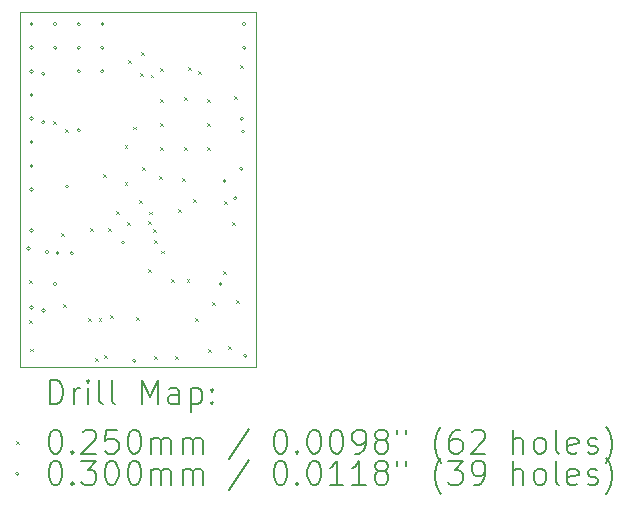
<source format=gbr>
%TF.GenerationSoftware,KiCad,Pcbnew,8.0.0*%
%TF.CreationDate,2024-02-29T09:48:36+03:00*%
%TF.ProjectId,micro17,6d696372-6f31-4372-9e6b-696361645f70,rev?*%
%TF.SameCoordinates,Original*%
%TF.FileFunction,Drillmap*%
%TF.FilePolarity,Positive*%
%FSLAX45Y45*%
G04 Gerber Fmt 4.5, Leading zero omitted, Abs format (unit mm)*
G04 Created by KiCad (PCBNEW 8.0.0) date 2024-02-29 09:48:36*
%MOMM*%
%LPD*%
G01*
G04 APERTURE LIST*
%ADD10C,0.100000*%
%ADD11C,0.200000*%
G04 APERTURE END LIST*
D10*
X20000000Y-8000000D02*
X20000000Y-5000000D01*
X18000000Y-8000000D02*
X20000000Y-8000000D01*
X20000000Y-5000000D02*
X18000000Y-5000000D01*
X18000000Y-5000000D02*
X18000000Y-8000000D01*
D11*
D10*
X18077500Y-7267500D02*
X18102500Y-7292500D01*
X18102500Y-7267500D02*
X18077500Y-7292500D01*
X18077500Y-7607500D02*
X18102500Y-7632500D01*
X18102500Y-7607500D02*
X18077500Y-7632500D01*
X18087500Y-7847215D02*
X18112500Y-7872215D01*
X18112500Y-7847215D02*
X18087500Y-7872215D01*
X18283500Y-5918750D02*
X18308500Y-5943750D01*
X18308500Y-5918750D02*
X18283500Y-5943750D01*
X18352500Y-6867500D02*
X18377500Y-6892500D01*
X18377500Y-6867500D02*
X18352500Y-6892500D01*
X18367500Y-7467500D02*
X18392500Y-7492500D01*
X18392500Y-7467500D02*
X18367500Y-7492500D01*
X18383500Y-5988750D02*
X18408500Y-6013750D01*
X18408500Y-5988750D02*
X18383500Y-6013750D01*
X18577500Y-7587500D02*
X18602500Y-7612500D01*
X18602500Y-7587500D02*
X18577500Y-7612500D01*
X18597500Y-6827500D02*
X18622500Y-6852500D01*
X18622500Y-6827500D02*
X18597500Y-6852500D01*
X18637500Y-7927500D02*
X18662500Y-7952500D01*
X18662500Y-7927500D02*
X18637500Y-7952500D01*
X18667500Y-7587500D02*
X18692500Y-7612500D01*
X18692500Y-7587500D02*
X18667500Y-7612500D01*
X18707500Y-6367500D02*
X18732500Y-6392500D01*
X18732500Y-6367500D02*
X18707500Y-6392500D01*
X18712500Y-7902500D02*
X18737500Y-7927500D01*
X18737500Y-7902500D02*
X18712500Y-7927500D01*
X18747500Y-6827500D02*
X18772500Y-6852500D01*
X18772500Y-6827500D02*
X18747500Y-6852500D01*
X18762500Y-7565000D02*
X18787500Y-7590000D01*
X18787500Y-7565000D02*
X18762500Y-7590000D01*
X18817641Y-6685141D02*
X18842641Y-6710141D01*
X18842641Y-6685141D02*
X18817641Y-6710141D01*
X18887500Y-6127500D02*
X18912500Y-6152500D01*
X18912500Y-6127500D02*
X18887500Y-6152500D01*
X18887500Y-6437500D02*
X18912500Y-6462500D01*
X18912500Y-6437500D02*
X18887500Y-6462500D01*
X18907500Y-6777500D02*
X18932500Y-6802500D01*
X18932500Y-6777500D02*
X18907500Y-6802500D01*
X18917500Y-5407500D02*
X18942500Y-5432500D01*
X18942500Y-5407500D02*
X18917500Y-5432500D01*
X18957500Y-5967500D02*
X18982500Y-5992500D01*
X18982500Y-5967500D02*
X18957500Y-5992500D01*
X18987500Y-7582500D02*
X19012500Y-7607500D01*
X19012500Y-7582500D02*
X18987500Y-7607500D01*
X19007500Y-6587500D02*
X19032500Y-6612500D01*
X19032500Y-6587500D02*
X19007500Y-6612500D01*
X19017500Y-5517500D02*
X19042500Y-5542500D01*
X19042500Y-5517500D02*
X19017500Y-5542500D01*
X19027500Y-5337500D02*
X19052500Y-5362500D01*
X19052500Y-5337500D02*
X19027500Y-5362500D01*
X19037500Y-6307500D02*
X19062500Y-6332500D01*
X19062500Y-6307500D02*
X19037500Y-6332500D01*
X19087500Y-6767500D02*
X19112500Y-6792500D01*
X19112500Y-6767500D02*
X19087500Y-6792500D01*
X19087500Y-7177500D02*
X19112500Y-7202500D01*
X19112500Y-7177500D02*
X19087500Y-7202500D01*
X19097500Y-6687500D02*
X19122500Y-6712500D01*
X19122500Y-6687500D02*
X19097500Y-6712500D01*
X19107500Y-5527500D02*
X19132500Y-5552500D01*
X19132500Y-5527500D02*
X19107500Y-5552500D01*
X19127500Y-6837500D02*
X19152500Y-6862500D01*
X19152500Y-6837500D02*
X19127500Y-6862500D01*
X19135000Y-6927276D02*
X19160000Y-6952276D01*
X19160000Y-6927276D02*
X19135000Y-6952276D01*
X19140000Y-7910000D02*
X19165000Y-7935000D01*
X19165000Y-7910000D02*
X19140000Y-7935000D01*
X19177500Y-6387500D02*
X19202500Y-6412500D01*
X19202500Y-6387500D02*
X19177500Y-6412500D01*
X19187500Y-5737500D02*
X19212500Y-5762500D01*
X19212500Y-5737500D02*
X19187500Y-5762500D01*
X19187500Y-5937500D02*
X19212500Y-5962500D01*
X19212500Y-5937500D02*
X19187500Y-5962500D01*
X19187500Y-6137500D02*
X19212500Y-6162500D01*
X19212500Y-6137500D02*
X19187500Y-6162500D01*
X19189877Y-5469877D02*
X19214877Y-5494877D01*
X19214877Y-5469877D02*
X19189877Y-5494877D01*
X19197500Y-7017500D02*
X19222500Y-7042500D01*
X19222500Y-7017500D02*
X19197500Y-7042500D01*
X19282500Y-7257500D02*
X19307500Y-7282500D01*
X19307500Y-7257500D02*
X19282500Y-7282500D01*
X19317500Y-7907500D02*
X19342500Y-7932500D01*
X19342500Y-7907500D02*
X19317500Y-7932500D01*
X19337632Y-6662500D02*
X19362632Y-6687500D01*
X19362632Y-6662500D02*
X19337632Y-6687500D01*
X19377500Y-6407500D02*
X19402500Y-6432500D01*
X19402500Y-6407500D02*
X19377500Y-6432500D01*
X19387500Y-5717500D02*
X19412500Y-5742500D01*
X19412500Y-5717500D02*
X19387500Y-5742500D01*
X19387500Y-6137500D02*
X19412500Y-6162500D01*
X19412500Y-6137500D02*
X19387500Y-6162500D01*
X19412500Y-7257500D02*
X19437500Y-7282500D01*
X19437500Y-7257500D02*
X19412500Y-7282500D01*
X19427500Y-5467500D02*
X19452500Y-5492500D01*
X19452500Y-5467500D02*
X19427500Y-5492500D01*
X19467500Y-6577500D02*
X19492500Y-6602500D01*
X19492500Y-6577500D02*
X19467500Y-6602500D01*
X19487500Y-7587500D02*
X19512500Y-7612500D01*
X19512500Y-7587500D02*
X19487500Y-7612500D01*
X19507500Y-5497500D02*
X19532500Y-5522500D01*
X19532500Y-5497500D02*
X19507500Y-5522500D01*
X19587500Y-5737500D02*
X19612500Y-5762500D01*
X19612500Y-5737500D02*
X19587500Y-5762500D01*
X19587500Y-5937500D02*
X19612500Y-5962500D01*
X19612500Y-5937500D02*
X19587500Y-5962500D01*
X19587500Y-6137500D02*
X19612500Y-6162500D01*
X19612500Y-6137500D02*
X19587500Y-6162500D01*
X19597500Y-7847500D02*
X19622500Y-7872500D01*
X19622500Y-7847500D02*
X19597500Y-7872500D01*
X19627500Y-7457500D02*
X19652500Y-7482500D01*
X19652500Y-7457500D02*
X19627500Y-7482500D01*
X19717500Y-7187500D02*
X19742500Y-7212500D01*
X19742500Y-7187500D02*
X19717500Y-7212500D01*
X19727500Y-6597500D02*
X19752500Y-6622500D01*
X19752500Y-6597500D02*
X19727500Y-6622500D01*
X19767500Y-7827500D02*
X19792500Y-7852500D01*
X19792500Y-7827500D02*
X19767500Y-7852500D01*
X19797500Y-6777500D02*
X19822500Y-6802500D01*
X19822500Y-6777500D02*
X19797500Y-6802500D01*
X19817500Y-5712500D02*
X19842500Y-5737500D01*
X19842500Y-5712500D02*
X19817500Y-5737500D01*
X19834294Y-7437460D02*
X19859294Y-7462460D01*
X19859294Y-7437460D02*
X19834294Y-7462460D01*
X19867500Y-5447500D02*
X19892500Y-5472500D01*
X19892500Y-5447500D02*
X19867500Y-5472500D01*
X18090000Y-7000000D02*
G75*
G02*
X18060000Y-7000000I-15000J0D01*
G01*
X18060000Y-7000000D02*
G75*
G02*
X18090000Y-7000000I15000J0D01*
G01*
X18115000Y-5100000D02*
G75*
G02*
X18085000Y-5100000I-15000J0D01*
G01*
X18085000Y-5100000D02*
G75*
G02*
X18115000Y-5100000I15000J0D01*
G01*
X18115000Y-5300000D02*
G75*
G02*
X18085000Y-5300000I-15000J0D01*
G01*
X18085000Y-5300000D02*
G75*
G02*
X18115000Y-5300000I15000J0D01*
G01*
X18115000Y-5500000D02*
G75*
G02*
X18085000Y-5500000I-15000J0D01*
G01*
X18085000Y-5500000D02*
G75*
G02*
X18115000Y-5500000I15000J0D01*
G01*
X18115000Y-5700000D02*
G75*
G02*
X18085000Y-5700000I-15000J0D01*
G01*
X18085000Y-5700000D02*
G75*
G02*
X18115000Y-5700000I15000J0D01*
G01*
X18115000Y-5900000D02*
G75*
G02*
X18085000Y-5900000I-15000J0D01*
G01*
X18085000Y-5900000D02*
G75*
G02*
X18115000Y-5900000I15000J0D01*
G01*
X18115000Y-6100000D02*
G75*
G02*
X18085000Y-6100000I-15000J0D01*
G01*
X18085000Y-6100000D02*
G75*
G02*
X18115000Y-6100000I15000J0D01*
G01*
X18115000Y-6300000D02*
G75*
G02*
X18085000Y-6300000I-15000J0D01*
G01*
X18085000Y-6300000D02*
G75*
G02*
X18115000Y-6300000I15000J0D01*
G01*
X18115000Y-6500000D02*
G75*
G02*
X18085000Y-6500000I-15000J0D01*
G01*
X18085000Y-6500000D02*
G75*
G02*
X18115000Y-6500000I15000J0D01*
G01*
X18115000Y-6850000D02*
G75*
G02*
X18085000Y-6850000I-15000J0D01*
G01*
X18085000Y-6850000D02*
G75*
G02*
X18115000Y-6850000I15000J0D01*
G01*
X18115000Y-7500000D02*
G75*
G02*
X18085000Y-7500000I-15000J0D01*
G01*
X18085000Y-7500000D02*
G75*
G02*
X18115000Y-7500000I15000J0D01*
G01*
X18215000Y-5521250D02*
G75*
G02*
X18185000Y-5521250I-15000J0D01*
G01*
X18185000Y-5521250D02*
G75*
G02*
X18215000Y-5521250I15000J0D01*
G01*
X18215000Y-5931250D02*
G75*
G02*
X18185000Y-5931250I-15000J0D01*
G01*
X18185000Y-5931250D02*
G75*
G02*
X18215000Y-5931250I15000J0D01*
G01*
X18215000Y-7525000D02*
G75*
G02*
X18185000Y-7525000I-15000J0D01*
G01*
X18185000Y-7525000D02*
G75*
G02*
X18215000Y-7525000I15000J0D01*
G01*
X18245000Y-7030000D02*
G75*
G02*
X18215000Y-7030000I-15000J0D01*
G01*
X18215000Y-7030000D02*
G75*
G02*
X18245000Y-7030000I15000J0D01*
G01*
X18315000Y-5100000D02*
G75*
G02*
X18285000Y-5100000I-15000J0D01*
G01*
X18285000Y-5100000D02*
G75*
G02*
X18315000Y-5100000I15000J0D01*
G01*
X18315000Y-5300000D02*
G75*
G02*
X18285000Y-5300000I-15000J0D01*
G01*
X18285000Y-5300000D02*
G75*
G02*
X18315000Y-5300000I15000J0D01*
G01*
X18315000Y-7300000D02*
G75*
G02*
X18285000Y-7300000I-15000J0D01*
G01*
X18285000Y-7300000D02*
G75*
G02*
X18315000Y-7300000I15000J0D01*
G01*
X18335000Y-7040000D02*
G75*
G02*
X18305000Y-7040000I-15000J0D01*
G01*
X18305000Y-7040000D02*
G75*
G02*
X18335000Y-7040000I15000J0D01*
G01*
X18415000Y-6475000D02*
G75*
G02*
X18385000Y-6475000I-15000J0D01*
G01*
X18385000Y-6475000D02*
G75*
G02*
X18415000Y-6475000I15000J0D01*
G01*
X18455000Y-7040000D02*
G75*
G02*
X18425000Y-7040000I-15000J0D01*
G01*
X18425000Y-7040000D02*
G75*
G02*
X18455000Y-7040000I15000J0D01*
G01*
X18515000Y-5100000D02*
G75*
G02*
X18485000Y-5100000I-15000J0D01*
G01*
X18485000Y-5100000D02*
G75*
G02*
X18515000Y-5100000I15000J0D01*
G01*
X18515000Y-5300000D02*
G75*
G02*
X18485000Y-5300000I-15000J0D01*
G01*
X18485000Y-5300000D02*
G75*
G02*
X18515000Y-5300000I15000J0D01*
G01*
X18515000Y-5500000D02*
G75*
G02*
X18485000Y-5500000I-15000J0D01*
G01*
X18485000Y-5500000D02*
G75*
G02*
X18515000Y-5500000I15000J0D01*
G01*
X18515000Y-6000000D02*
G75*
G02*
X18485000Y-6000000I-15000J0D01*
G01*
X18485000Y-6000000D02*
G75*
G02*
X18515000Y-6000000I15000J0D01*
G01*
X18715000Y-5100000D02*
G75*
G02*
X18685000Y-5100000I-15000J0D01*
G01*
X18685000Y-5100000D02*
G75*
G02*
X18715000Y-5100000I15000J0D01*
G01*
X18715000Y-5300000D02*
G75*
G02*
X18685000Y-5300000I-15000J0D01*
G01*
X18685000Y-5300000D02*
G75*
G02*
X18715000Y-5300000I15000J0D01*
G01*
X18715000Y-5500000D02*
G75*
G02*
X18685000Y-5500000I-15000J0D01*
G01*
X18685000Y-5500000D02*
G75*
G02*
X18715000Y-5500000I15000J0D01*
G01*
X18890000Y-6950000D02*
G75*
G02*
X18860000Y-6950000I-15000J0D01*
G01*
X18860000Y-6950000D02*
G75*
G02*
X18890000Y-6950000I15000J0D01*
G01*
X18985000Y-7950000D02*
G75*
G02*
X18955000Y-7950000I-15000J0D01*
G01*
X18955000Y-7950000D02*
G75*
G02*
X18985000Y-7950000I15000J0D01*
G01*
X19715000Y-7300000D02*
G75*
G02*
X19685000Y-7300000I-15000J0D01*
G01*
X19685000Y-7300000D02*
G75*
G02*
X19715000Y-7300000I15000J0D01*
G01*
X19750000Y-6429000D02*
G75*
G02*
X19720000Y-6429000I-15000J0D01*
G01*
X19720000Y-6429000D02*
G75*
G02*
X19750000Y-6429000I15000J0D01*
G01*
X19840000Y-6575000D02*
G75*
G02*
X19810000Y-6575000I-15000J0D01*
G01*
X19810000Y-6575000D02*
G75*
G02*
X19840000Y-6575000I15000J0D01*
G01*
X19890000Y-6325000D02*
G75*
G02*
X19860000Y-6325000I-15000J0D01*
G01*
X19860000Y-6325000D02*
G75*
G02*
X19890000Y-6325000I15000J0D01*
G01*
X19895000Y-5900000D02*
G75*
G02*
X19865000Y-5900000I-15000J0D01*
G01*
X19865000Y-5900000D02*
G75*
G02*
X19895000Y-5900000I15000J0D01*
G01*
X19905000Y-6010000D02*
G75*
G02*
X19875000Y-6010000I-15000J0D01*
G01*
X19875000Y-6010000D02*
G75*
G02*
X19905000Y-6010000I15000J0D01*
G01*
X19915000Y-5100000D02*
G75*
G02*
X19885000Y-5100000I-15000J0D01*
G01*
X19885000Y-5100000D02*
G75*
G02*
X19915000Y-5100000I15000J0D01*
G01*
X19915000Y-5300000D02*
G75*
G02*
X19885000Y-5300000I-15000J0D01*
G01*
X19885000Y-5300000D02*
G75*
G02*
X19915000Y-5300000I15000J0D01*
G01*
X19925000Y-7910000D02*
G75*
G02*
X19895000Y-7910000I-15000J0D01*
G01*
X19895000Y-7910000D02*
G75*
G02*
X19925000Y-7910000I15000J0D01*
G01*
D11*
X18255777Y-8316484D02*
X18255777Y-8116484D01*
X18255777Y-8116484D02*
X18303396Y-8116484D01*
X18303396Y-8116484D02*
X18331967Y-8126008D01*
X18331967Y-8126008D02*
X18351015Y-8145055D01*
X18351015Y-8145055D02*
X18360539Y-8164103D01*
X18360539Y-8164103D02*
X18370063Y-8202198D01*
X18370063Y-8202198D02*
X18370063Y-8230769D01*
X18370063Y-8230769D02*
X18360539Y-8268865D01*
X18360539Y-8268865D02*
X18351015Y-8287912D01*
X18351015Y-8287912D02*
X18331967Y-8306960D01*
X18331967Y-8306960D02*
X18303396Y-8316484D01*
X18303396Y-8316484D02*
X18255777Y-8316484D01*
X18455777Y-8316484D02*
X18455777Y-8183150D01*
X18455777Y-8221246D02*
X18465301Y-8202198D01*
X18465301Y-8202198D02*
X18474824Y-8192674D01*
X18474824Y-8192674D02*
X18493872Y-8183150D01*
X18493872Y-8183150D02*
X18512920Y-8183150D01*
X18579586Y-8316484D02*
X18579586Y-8183150D01*
X18579586Y-8116484D02*
X18570063Y-8126008D01*
X18570063Y-8126008D02*
X18579586Y-8135531D01*
X18579586Y-8135531D02*
X18589110Y-8126008D01*
X18589110Y-8126008D02*
X18579586Y-8116484D01*
X18579586Y-8116484D02*
X18579586Y-8135531D01*
X18703396Y-8316484D02*
X18684348Y-8306960D01*
X18684348Y-8306960D02*
X18674824Y-8287912D01*
X18674824Y-8287912D02*
X18674824Y-8116484D01*
X18808158Y-8316484D02*
X18789110Y-8306960D01*
X18789110Y-8306960D02*
X18779586Y-8287912D01*
X18779586Y-8287912D02*
X18779586Y-8116484D01*
X19036729Y-8316484D02*
X19036729Y-8116484D01*
X19036729Y-8116484D02*
X19103396Y-8259341D01*
X19103396Y-8259341D02*
X19170063Y-8116484D01*
X19170063Y-8116484D02*
X19170063Y-8316484D01*
X19351015Y-8316484D02*
X19351015Y-8211722D01*
X19351015Y-8211722D02*
X19341491Y-8192674D01*
X19341491Y-8192674D02*
X19322444Y-8183150D01*
X19322444Y-8183150D02*
X19284348Y-8183150D01*
X19284348Y-8183150D02*
X19265301Y-8192674D01*
X19351015Y-8306960D02*
X19331967Y-8316484D01*
X19331967Y-8316484D02*
X19284348Y-8316484D01*
X19284348Y-8316484D02*
X19265301Y-8306960D01*
X19265301Y-8306960D02*
X19255777Y-8287912D01*
X19255777Y-8287912D02*
X19255777Y-8268865D01*
X19255777Y-8268865D02*
X19265301Y-8249817D01*
X19265301Y-8249817D02*
X19284348Y-8240293D01*
X19284348Y-8240293D02*
X19331967Y-8240293D01*
X19331967Y-8240293D02*
X19351015Y-8230769D01*
X19446253Y-8183150D02*
X19446253Y-8383150D01*
X19446253Y-8192674D02*
X19465301Y-8183150D01*
X19465301Y-8183150D02*
X19503396Y-8183150D01*
X19503396Y-8183150D02*
X19522444Y-8192674D01*
X19522444Y-8192674D02*
X19531967Y-8202198D01*
X19531967Y-8202198D02*
X19541491Y-8221246D01*
X19541491Y-8221246D02*
X19541491Y-8278388D01*
X19541491Y-8278388D02*
X19531967Y-8297436D01*
X19531967Y-8297436D02*
X19522444Y-8306960D01*
X19522444Y-8306960D02*
X19503396Y-8316484D01*
X19503396Y-8316484D02*
X19465301Y-8316484D01*
X19465301Y-8316484D02*
X19446253Y-8306960D01*
X19627205Y-8297436D02*
X19636729Y-8306960D01*
X19636729Y-8306960D02*
X19627205Y-8316484D01*
X19627205Y-8316484D02*
X19617682Y-8306960D01*
X19617682Y-8306960D02*
X19627205Y-8297436D01*
X19627205Y-8297436D02*
X19627205Y-8316484D01*
X19627205Y-8192674D02*
X19636729Y-8202198D01*
X19636729Y-8202198D02*
X19627205Y-8211722D01*
X19627205Y-8211722D02*
X19617682Y-8202198D01*
X19617682Y-8202198D02*
X19627205Y-8192674D01*
X19627205Y-8192674D02*
X19627205Y-8211722D01*
D10*
X17970000Y-8632500D02*
X17995000Y-8657500D01*
X17995000Y-8632500D02*
X17970000Y-8657500D01*
D11*
X18293872Y-8536484D02*
X18312920Y-8536484D01*
X18312920Y-8536484D02*
X18331967Y-8546008D01*
X18331967Y-8546008D02*
X18341491Y-8555531D01*
X18341491Y-8555531D02*
X18351015Y-8574579D01*
X18351015Y-8574579D02*
X18360539Y-8612674D01*
X18360539Y-8612674D02*
X18360539Y-8660293D01*
X18360539Y-8660293D02*
X18351015Y-8698389D01*
X18351015Y-8698389D02*
X18341491Y-8717436D01*
X18341491Y-8717436D02*
X18331967Y-8726960D01*
X18331967Y-8726960D02*
X18312920Y-8736484D01*
X18312920Y-8736484D02*
X18293872Y-8736484D01*
X18293872Y-8736484D02*
X18274824Y-8726960D01*
X18274824Y-8726960D02*
X18265301Y-8717436D01*
X18265301Y-8717436D02*
X18255777Y-8698389D01*
X18255777Y-8698389D02*
X18246253Y-8660293D01*
X18246253Y-8660293D02*
X18246253Y-8612674D01*
X18246253Y-8612674D02*
X18255777Y-8574579D01*
X18255777Y-8574579D02*
X18265301Y-8555531D01*
X18265301Y-8555531D02*
X18274824Y-8546008D01*
X18274824Y-8546008D02*
X18293872Y-8536484D01*
X18446253Y-8717436D02*
X18455777Y-8726960D01*
X18455777Y-8726960D02*
X18446253Y-8736484D01*
X18446253Y-8736484D02*
X18436729Y-8726960D01*
X18436729Y-8726960D02*
X18446253Y-8717436D01*
X18446253Y-8717436D02*
X18446253Y-8736484D01*
X18531967Y-8555531D02*
X18541491Y-8546008D01*
X18541491Y-8546008D02*
X18560539Y-8536484D01*
X18560539Y-8536484D02*
X18608158Y-8536484D01*
X18608158Y-8536484D02*
X18627205Y-8546008D01*
X18627205Y-8546008D02*
X18636729Y-8555531D01*
X18636729Y-8555531D02*
X18646253Y-8574579D01*
X18646253Y-8574579D02*
X18646253Y-8593627D01*
X18646253Y-8593627D02*
X18636729Y-8622198D01*
X18636729Y-8622198D02*
X18522444Y-8736484D01*
X18522444Y-8736484D02*
X18646253Y-8736484D01*
X18827205Y-8536484D02*
X18731967Y-8536484D01*
X18731967Y-8536484D02*
X18722444Y-8631722D01*
X18722444Y-8631722D02*
X18731967Y-8622198D01*
X18731967Y-8622198D02*
X18751015Y-8612674D01*
X18751015Y-8612674D02*
X18798634Y-8612674D01*
X18798634Y-8612674D02*
X18817682Y-8622198D01*
X18817682Y-8622198D02*
X18827205Y-8631722D01*
X18827205Y-8631722D02*
X18836729Y-8650770D01*
X18836729Y-8650770D02*
X18836729Y-8698389D01*
X18836729Y-8698389D02*
X18827205Y-8717436D01*
X18827205Y-8717436D02*
X18817682Y-8726960D01*
X18817682Y-8726960D02*
X18798634Y-8736484D01*
X18798634Y-8736484D02*
X18751015Y-8736484D01*
X18751015Y-8736484D02*
X18731967Y-8726960D01*
X18731967Y-8726960D02*
X18722444Y-8717436D01*
X18960539Y-8536484D02*
X18979586Y-8536484D01*
X18979586Y-8536484D02*
X18998634Y-8546008D01*
X18998634Y-8546008D02*
X19008158Y-8555531D01*
X19008158Y-8555531D02*
X19017682Y-8574579D01*
X19017682Y-8574579D02*
X19027205Y-8612674D01*
X19027205Y-8612674D02*
X19027205Y-8660293D01*
X19027205Y-8660293D02*
X19017682Y-8698389D01*
X19017682Y-8698389D02*
X19008158Y-8717436D01*
X19008158Y-8717436D02*
X18998634Y-8726960D01*
X18998634Y-8726960D02*
X18979586Y-8736484D01*
X18979586Y-8736484D02*
X18960539Y-8736484D01*
X18960539Y-8736484D02*
X18941491Y-8726960D01*
X18941491Y-8726960D02*
X18931967Y-8717436D01*
X18931967Y-8717436D02*
X18922444Y-8698389D01*
X18922444Y-8698389D02*
X18912920Y-8660293D01*
X18912920Y-8660293D02*
X18912920Y-8612674D01*
X18912920Y-8612674D02*
X18922444Y-8574579D01*
X18922444Y-8574579D02*
X18931967Y-8555531D01*
X18931967Y-8555531D02*
X18941491Y-8546008D01*
X18941491Y-8546008D02*
X18960539Y-8536484D01*
X19112920Y-8736484D02*
X19112920Y-8603150D01*
X19112920Y-8622198D02*
X19122444Y-8612674D01*
X19122444Y-8612674D02*
X19141491Y-8603150D01*
X19141491Y-8603150D02*
X19170063Y-8603150D01*
X19170063Y-8603150D02*
X19189110Y-8612674D01*
X19189110Y-8612674D02*
X19198634Y-8631722D01*
X19198634Y-8631722D02*
X19198634Y-8736484D01*
X19198634Y-8631722D02*
X19208158Y-8612674D01*
X19208158Y-8612674D02*
X19227205Y-8603150D01*
X19227205Y-8603150D02*
X19255777Y-8603150D01*
X19255777Y-8603150D02*
X19274825Y-8612674D01*
X19274825Y-8612674D02*
X19284348Y-8631722D01*
X19284348Y-8631722D02*
X19284348Y-8736484D01*
X19379586Y-8736484D02*
X19379586Y-8603150D01*
X19379586Y-8622198D02*
X19389110Y-8612674D01*
X19389110Y-8612674D02*
X19408158Y-8603150D01*
X19408158Y-8603150D02*
X19436729Y-8603150D01*
X19436729Y-8603150D02*
X19455777Y-8612674D01*
X19455777Y-8612674D02*
X19465301Y-8631722D01*
X19465301Y-8631722D02*
X19465301Y-8736484D01*
X19465301Y-8631722D02*
X19474825Y-8612674D01*
X19474825Y-8612674D02*
X19493872Y-8603150D01*
X19493872Y-8603150D02*
X19522444Y-8603150D01*
X19522444Y-8603150D02*
X19541491Y-8612674D01*
X19541491Y-8612674D02*
X19551015Y-8631722D01*
X19551015Y-8631722D02*
X19551015Y-8736484D01*
X19941491Y-8526960D02*
X19770063Y-8784103D01*
X20198634Y-8536484D02*
X20217682Y-8536484D01*
X20217682Y-8536484D02*
X20236729Y-8546008D01*
X20236729Y-8546008D02*
X20246253Y-8555531D01*
X20246253Y-8555531D02*
X20255777Y-8574579D01*
X20255777Y-8574579D02*
X20265301Y-8612674D01*
X20265301Y-8612674D02*
X20265301Y-8660293D01*
X20265301Y-8660293D02*
X20255777Y-8698389D01*
X20255777Y-8698389D02*
X20246253Y-8717436D01*
X20246253Y-8717436D02*
X20236729Y-8726960D01*
X20236729Y-8726960D02*
X20217682Y-8736484D01*
X20217682Y-8736484D02*
X20198634Y-8736484D01*
X20198634Y-8736484D02*
X20179587Y-8726960D01*
X20179587Y-8726960D02*
X20170063Y-8717436D01*
X20170063Y-8717436D02*
X20160539Y-8698389D01*
X20160539Y-8698389D02*
X20151015Y-8660293D01*
X20151015Y-8660293D02*
X20151015Y-8612674D01*
X20151015Y-8612674D02*
X20160539Y-8574579D01*
X20160539Y-8574579D02*
X20170063Y-8555531D01*
X20170063Y-8555531D02*
X20179587Y-8546008D01*
X20179587Y-8546008D02*
X20198634Y-8536484D01*
X20351015Y-8717436D02*
X20360539Y-8726960D01*
X20360539Y-8726960D02*
X20351015Y-8736484D01*
X20351015Y-8736484D02*
X20341491Y-8726960D01*
X20341491Y-8726960D02*
X20351015Y-8717436D01*
X20351015Y-8717436D02*
X20351015Y-8736484D01*
X20484348Y-8536484D02*
X20503396Y-8536484D01*
X20503396Y-8536484D02*
X20522444Y-8546008D01*
X20522444Y-8546008D02*
X20531968Y-8555531D01*
X20531968Y-8555531D02*
X20541491Y-8574579D01*
X20541491Y-8574579D02*
X20551015Y-8612674D01*
X20551015Y-8612674D02*
X20551015Y-8660293D01*
X20551015Y-8660293D02*
X20541491Y-8698389D01*
X20541491Y-8698389D02*
X20531968Y-8717436D01*
X20531968Y-8717436D02*
X20522444Y-8726960D01*
X20522444Y-8726960D02*
X20503396Y-8736484D01*
X20503396Y-8736484D02*
X20484348Y-8736484D01*
X20484348Y-8736484D02*
X20465301Y-8726960D01*
X20465301Y-8726960D02*
X20455777Y-8717436D01*
X20455777Y-8717436D02*
X20446253Y-8698389D01*
X20446253Y-8698389D02*
X20436729Y-8660293D01*
X20436729Y-8660293D02*
X20436729Y-8612674D01*
X20436729Y-8612674D02*
X20446253Y-8574579D01*
X20446253Y-8574579D02*
X20455777Y-8555531D01*
X20455777Y-8555531D02*
X20465301Y-8546008D01*
X20465301Y-8546008D02*
X20484348Y-8536484D01*
X20674825Y-8536484D02*
X20693872Y-8536484D01*
X20693872Y-8536484D02*
X20712920Y-8546008D01*
X20712920Y-8546008D02*
X20722444Y-8555531D01*
X20722444Y-8555531D02*
X20731968Y-8574579D01*
X20731968Y-8574579D02*
X20741491Y-8612674D01*
X20741491Y-8612674D02*
X20741491Y-8660293D01*
X20741491Y-8660293D02*
X20731968Y-8698389D01*
X20731968Y-8698389D02*
X20722444Y-8717436D01*
X20722444Y-8717436D02*
X20712920Y-8726960D01*
X20712920Y-8726960D02*
X20693872Y-8736484D01*
X20693872Y-8736484D02*
X20674825Y-8736484D01*
X20674825Y-8736484D02*
X20655777Y-8726960D01*
X20655777Y-8726960D02*
X20646253Y-8717436D01*
X20646253Y-8717436D02*
X20636729Y-8698389D01*
X20636729Y-8698389D02*
X20627206Y-8660293D01*
X20627206Y-8660293D02*
X20627206Y-8612674D01*
X20627206Y-8612674D02*
X20636729Y-8574579D01*
X20636729Y-8574579D02*
X20646253Y-8555531D01*
X20646253Y-8555531D02*
X20655777Y-8546008D01*
X20655777Y-8546008D02*
X20674825Y-8536484D01*
X20836729Y-8736484D02*
X20874825Y-8736484D01*
X20874825Y-8736484D02*
X20893872Y-8726960D01*
X20893872Y-8726960D02*
X20903396Y-8717436D01*
X20903396Y-8717436D02*
X20922444Y-8688865D01*
X20922444Y-8688865D02*
X20931968Y-8650770D01*
X20931968Y-8650770D02*
X20931968Y-8574579D01*
X20931968Y-8574579D02*
X20922444Y-8555531D01*
X20922444Y-8555531D02*
X20912920Y-8546008D01*
X20912920Y-8546008D02*
X20893872Y-8536484D01*
X20893872Y-8536484D02*
X20855777Y-8536484D01*
X20855777Y-8536484D02*
X20836729Y-8546008D01*
X20836729Y-8546008D02*
X20827206Y-8555531D01*
X20827206Y-8555531D02*
X20817682Y-8574579D01*
X20817682Y-8574579D02*
X20817682Y-8622198D01*
X20817682Y-8622198D02*
X20827206Y-8641246D01*
X20827206Y-8641246D02*
X20836729Y-8650770D01*
X20836729Y-8650770D02*
X20855777Y-8660293D01*
X20855777Y-8660293D02*
X20893872Y-8660293D01*
X20893872Y-8660293D02*
X20912920Y-8650770D01*
X20912920Y-8650770D02*
X20922444Y-8641246D01*
X20922444Y-8641246D02*
X20931968Y-8622198D01*
X21046253Y-8622198D02*
X21027206Y-8612674D01*
X21027206Y-8612674D02*
X21017682Y-8603150D01*
X21017682Y-8603150D02*
X21008158Y-8584103D01*
X21008158Y-8584103D02*
X21008158Y-8574579D01*
X21008158Y-8574579D02*
X21017682Y-8555531D01*
X21017682Y-8555531D02*
X21027206Y-8546008D01*
X21027206Y-8546008D02*
X21046253Y-8536484D01*
X21046253Y-8536484D02*
X21084349Y-8536484D01*
X21084349Y-8536484D02*
X21103396Y-8546008D01*
X21103396Y-8546008D02*
X21112920Y-8555531D01*
X21112920Y-8555531D02*
X21122444Y-8574579D01*
X21122444Y-8574579D02*
X21122444Y-8584103D01*
X21122444Y-8584103D02*
X21112920Y-8603150D01*
X21112920Y-8603150D02*
X21103396Y-8612674D01*
X21103396Y-8612674D02*
X21084349Y-8622198D01*
X21084349Y-8622198D02*
X21046253Y-8622198D01*
X21046253Y-8622198D02*
X21027206Y-8631722D01*
X21027206Y-8631722D02*
X21017682Y-8641246D01*
X21017682Y-8641246D02*
X21008158Y-8660293D01*
X21008158Y-8660293D02*
X21008158Y-8698389D01*
X21008158Y-8698389D02*
X21017682Y-8717436D01*
X21017682Y-8717436D02*
X21027206Y-8726960D01*
X21027206Y-8726960D02*
X21046253Y-8736484D01*
X21046253Y-8736484D02*
X21084349Y-8736484D01*
X21084349Y-8736484D02*
X21103396Y-8726960D01*
X21103396Y-8726960D02*
X21112920Y-8717436D01*
X21112920Y-8717436D02*
X21122444Y-8698389D01*
X21122444Y-8698389D02*
X21122444Y-8660293D01*
X21122444Y-8660293D02*
X21112920Y-8641246D01*
X21112920Y-8641246D02*
X21103396Y-8631722D01*
X21103396Y-8631722D02*
X21084349Y-8622198D01*
X21198634Y-8536484D02*
X21198634Y-8574579D01*
X21274825Y-8536484D02*
X21274825Y-8574579D01*
X21570063Y-8812674D02*
X21560539Y-8803150D01*
X21560539Y-8803150D02*
X21541491Y-8774579D01*
X21541491Y-8774579D02*
X21531968Y-8755531D01*
X21531968Y-8755531D02*
X21522444Y-8726960D01*
X21522444Y-8726960D02*
X21512920Y-8679341D01*
X21512920Y-8679341D02*
X21512920Y-8641246D01*
X21512920Y-8641246D02*
X21522444Y-8593627D01*
X21522444Y-8593627D02*
X21531968Y-8565055D01*
X21531968Y-8565055D02*
X21541491Y-8546008D01*
X21541491Y-8546008D02*
X21560539Y-8517436D01*
X21560539Y-8517436D02*
X21570063Y-8507912D01*
X21731968Y-8536484D02*
X21693872Y-8536484D01*
X21693872Y-8536484D02*
X21674825Y-8546008D01*
X21674825Y-8546008D02*
X21665301Y-8555531D01*
X21665301Y-8555531D02*
X21646253Y-8584103D01*
X21646253Y-8584103D02*
X21636730Y-8622198D01*
X21636730Y-8622198D02*
X21636730Y-8698389D01*
X21636730Y-8698389D02*
X21646253Y-8717436D01*
X21646253Y-8717436D02*
X21655777Y-8726960D01*
X21655777Y-8726960D02*
X21674825Y-8736484D01*
X21674825Y-8736484D02*
X21712920Y-8736484D01*
X21712920Y-8736484D02*
X21731968Y-8726960D01*
X21731968Y-8726960D02*
X21741491Y-8717436D01*
X21741491Y-8717436D02*
X21751015Y-8698389D01*
X21751015Y-8698389D02*
X21751015Y-8650770D01*
X21751015Y-8650770D02*
X21741491Y-8631722D01*
X21741491Y-8631722D02*
X21731968Y-8622198D01*
X21731968Y-8622198D02*
X21712920Y-8612674D01*
X21712920Y-8612674D02*
X21674825Y-8612674D01*
X21674825Y-8612674D02*
X21655777Y-8622198D01*
X21655777Y-8622198D02*
X21646253Y-8631722D01*
X21646253Y-8631722D02*
X21636730Y-8650770D01*
X21827206Y-8555531D02*
X21836730Y-8546008D01*
X21836730Y-8546008D02*
X21855777Y-8536484D01*
X21855777Y-8536484D02*
X21903396Y-8536484D01*
X21903396Y-8536484D02*
X21922444Y-8546008D01*
X21922444Y-8546008D02*
X21931968Y-8555531D01*
X21931968Y-8555531D02*
X21941491Y-8574579D01*
X21941491Y-8574579D02*
X21941491Y-8593627D01*
X21941491Y-8593627D02*
X21931968Y-8622198D01*
X21931968Y-8622198D02*
X21817682Y-8736484D01*
X21817682Y-8736484D02*
X21941491Y-8736484D01*
X22179587Y-8736484D02*
X22179587Y-8536484D01*
X22265301Y-8736484D02*
X22265301Y-8631722D01*
X22265301Y-8631722D02*
X22255777Y-8612674D01*
X22255777Y-8612674D02*
X22236730Y-8603150D01*
X22236730Y-8603150D02*
X22208158Y-8603150D01*
X22208158Y-8603150D02*
X22189111Y-8612674D01*
X22189111Y-8612674D02*
X22179587Y-8622198D01*
X22389110Y-8736484D02*
X22370063Y-8726960D01*
X22370063Y-8726960D02*
X22360539Y-8717436D01*
X22360539Y-8717436D02*
X22351015Y-8698389D01*
X22351015Y-8698389D02*
X22351015Y-8641246D01*
X22351015Y-8641246D02*
X22360539Y-8622198D01*
X22360539Y-8622198D02*
X22370063Y-8612674D01*
X22370063Y-8612674D02*
X22389110Y-8603150D01*
X22389110Y-8603150D02*
X22417682Y-8603150D01*
X22417682Y-8603150D02*
X22436730Y-8612674D01*
X22436730Y-8612674D02*
X22446253Y-8622198D01*
X22446253Y-8622198D02*
X22455777Y-8641246D01*
X22455777Y-8641246D02*
X22455777Y-8698389D01*
X22455777Y-8698389D02*
X22446253Y-8717436D01*
X22446253Y-8717436D02*
X22436730Y-8726960D01*
X22436730Y-8726960D02*
X22417682Y-8736484D01*
X22417682Y-8736484D02*
X22389110Y-8736484D01*
X22570063Y-8736484D02*
X22551015Y-8726960D01*
X22551015Y-8726960D02*
X22541491Y-8707912D01*
X22541491Y-8707912D02*
X22541491Y-8536484D01*
X22722444Y-8726960D02*
X22703396Y-8736484D01*
X22703396Y-8736484D02*
X22665301Y-8736484D01*
X22665301Y-8736484D02*
X22646253Y-8726960D01*
X22646253Y-8726960D02*
X22636730Y-8707912D01*
X22636730Y-8707912D02*
X22636730Y-8631722D01*
X22636730Y-8631722D02*
X22646253Y-8612674D01*
X22646253Y-8612674D02*
X22665301Y-8603150D01*
X22665301Y-8603150D02*
X22703396Y-8603150D01*
X22703396Y-8603150D02*
X22722444Y-8612674D01*
X22722444Y-8612674D02*
X22731968Y-8631722D01*
X22731968Y-8631722D02*
X22731968Y-8650770D01*
X22731968Y-8650770D02*
X22636730Y-8669817D01*
X22808158Y-8726960D02*
X22827206Y-8736484D01*
X22827206Y-8736484D02*
X22865301Y-8736484D01*
X22865301Y-8736484D02*
X22884349Y-8726960D01*
X22884349Y-8726960D02*
X22893872Y-8707912D01*
X22893872Y-8707912D02*
X22893872Y-8698389D01*
X22893872Y-8698389D02*
X22884349Y-8679341D01*
X22884349Y-8679341D02*
X22865301Y-8669817D01*
X22865301Y-8669817D02*
X22836730Y-8669817D01*
X22836730Y-8669817D02*
X22817682Y-8660293D01*
X22817682Y-8660293D02*
X22808158Y-8641246D01*
X22808158Y-8641246D02*
X22808158Y-8631722D01*
X22808158Y-8631722D02*
X22817682Y-8612674D01*
X22817682Y-8612674D02*
X22836730Y-8603150D01*
X22836730Y-8603150D02*
X22865301Y-8603150D01*
X22865301Y-8603150D02*
X22884349Y-8612674D01*
X22960539Y-8812674D02*
X22970063Y-8803150D01*
X22970063Y-8803150D02*
X22989111Y-8774579D01*
X22989111Y-8774579D02*
X22998634Y-8755531D01*
X22998634Y-8755531D02*
X23008158Y-8726960D01*
X23008158Y-8726960D02*
X23017682Y-8679341D01*
X23017682Y-8679341D02*
X23017682Y-8641246D01*
X23017682Y-8641246D02*
X23008158Y-8593627D01*
X23008158Y-8593627D02*
X22998634Y-8565055D01*
X22998634Y-8565055D02*
X22989111Y-8546008D01*
X22989111Y-8546008D02*
X22970063Y-8517436D01*
X22970063Y-8517436D02*
X22960539Y-8507912D01*
D10*
X17995000Y-8909000D02*
G75*
G02*
X17965000Y-8909000I-15000J0D01*
G01*
X17965000Y-8909000D02*
G75*
G02*
X17995000Y-8909000I15000J0D01*
G01*
D11*
X18293872Y-8800484D02*
X18312920Y-8800484D01*
X18312920Y-8800484D02*
X18331967Y-8810008D01*
X18331967Y-8810008D02*
X18341491Y-8819531D01*
X18341491Y-8819531D02*
X18351015Y-8838579D01*
X18351015Y-8838579D02*
X18360539Y-8876674D01*
X18360539Y-8876674D02*
X18360539Y-8924293D01*
X18360539Y-8924293D02*
X18351015Y-8962389D01*
X18351015Y-8962389D02*
X18341491Y-8981436D01*
X18341491Y-8981436D02*
X18331967Y-8990960D01*
X18331967Y-8990960D02*
X18312920Y-9000484D01*
X18312920Y-9000484D02*
X18293872Y-9000484D01*
X18293872Y-9000484D02*
X18274824Y-8990960D01*
X18274824Y-8990960D02*
X18265301Y-8981436D01*
X18265301Y-8981436D02*
X18255777Y-8962389D01*
X18255777Y-8962389D02*
X18246253Y-8924293D01*
X18246253Y-8924293D02*
X18246253Y-8876674D01*
X18246253Y-8876674D02*
X18255777Y-8838579D01*
X18255777Y-8838579D02*
X18265301Y-8819531D01*
X18265301Y-8819531D02*
X18274824Y-8810008D01*
X18274824Y-8810008D02*
X18293872Y-8800484D01*
X18446253Y-8981436D02*
X18455777Y-8990960D01*
X18455777Y-8990960D02*
X18446253Y-9000484D01*
X18446253Y-9000484D02*
X18436729Y-8990960D01*
X18436729Y-8990960D02*
X18446253Y-8981436D01*
X18446253Y-8981436D02*
X18446253Y-9000484D01*
X18522444Y-8800484D02*
X18646253Y-8800484D01*
X18646253Y-8800484D02*
X18579586Y-8876674D01*
X18579586Y-8876674D02*
X18608158Y-8876674D01*
X18608158Y-8876674D02*
X18627205Y-8886198D01*
X18627205Y-8886198D02*
X18636729Y-8895722D01*
X18636729Y-8895722D02*
X18646253Y-8914770D01*
X18646253Y-8914770D02*
X18646253Y-8962389D01*
X18646253Y-8962389D02*
X18636729Y-8981436D01*
X18636729Y-8981436D02*
X18627205Y-8990960D01*
X18627205Y-8990960D02*
X18608158Y-9000484D01*
X18608158Y-9000484D02*
X18551015Y-9000484D01*
X18551015Y-9000484D02*
X18531967Y-8990960D01*
X18531967Y-8990960D02*
X18522444Y-8981436D01*
X18770063Y-8800484D02*
X18789110Y-8800484D01*
X18789110Y-8800484D02*
X18808158Y-8810008D01*
X18808158Y-8810008D02*
X18817682Y-8819531D01*
X18817682Y-8819531D02*
X18827205Y-8838579D01*
X18827205Y-8838579D02*
X18836729Y-8876674D01*
X18836729Y-8876674D02*
X18836729Y-8924293D01*
X18836729Y-8924293D02*
X18827205Y-8962389D01*
X18827205Y-8962389D02*
X18817682Y-8981436D01*
X18817682Y-8981436D02*
X18808158Y-8990960D01*
X18808158Y-8990960D02*
X18789110Y-9000484D01*
X18789110Y-9000484D02*
X18770063Y-9000484D01*
X18770063Y-9000484D02*
X18751015Y-8990960D01*
X18751015Y-8990960D02*
X18741491Y-8981436D01*
X18741491Y-8981436D02*
X18731967Y-8962389D01*
X18731967Y-8962389D02*
X18722444Y-8924293D01*
X18722444Y-8924293D02*
X18722444Y-8876674D01*
X18722444Y-8876674D02*
X18731967Y-8838579D01*
X18731967Y-8838579D02*
X18741491Y-8819531D01*
X18741491Y-8819531D02*
X18751015Y-8810008D01*
X18751015Y-8810008D02*
X18770063Y-8800484D01*
X18960539Y-8800484D02*
X18979586Y-8800484D01*
X18979586Y-8800484D02*
X18998634Y-8810008D01*
X18998634Y-8810008D02*
X19008158Y-8819531D01*
X19008158Y-8819531D02*
X19017682Y-8838579D01*
X19017682Y-8838579D02*
X19027205Y-8876674D01*
X19027205Y-8876674D02*
X19027205Y-8924293D01*
X19027205Y-8924293D02*
X19017682Y-8962389D01*
X19017682Y-8962389D02*
X19008158Y-8981436D01*
X19008158Y-8981436D02*
X18998634Y-8990960D01*
X18998634Y-8990960D02*
X18979586Y-9000484D01*
X18979586Y-9000484D02*
X18960539Y-9000484D01*
X18960539Y-9000484D02*
X18941491Y-8990960D01*
X18941491Y-8990960D02*
X18931967Y-8981436D01*
X18931967Y-8981436D02*
X18922444Y-8962389D01*
X18922444Y-8962389D02*
X18912920Y-8924293D01*
X18912920Y-8924293D02*
X18912920Y-8876674D01*
X18912920Y-8876674D02*
X18922444Y-8838579D01*
X18922444Y-8838579D02*
X18931967Y-8819531D01*
X18931967Y-8819531D02*
X18941491Y-8810008D01*
X18941491Y-8810008D02*
X18960539Y-8800484D01*
X19112920Y-9000484D02*
X19112920Y-8867150D01*
X19112920Y-8886198D02*
X19122444Y-8876674D01*
X19122444Y-8876674D02*
X19141491Y-8867150D01*
X19141491Y-8867150D02*
X19170063Y-8867150D01*
X19170063Y-8867150D02*
X19189110Y-8876674D01*
X19189110Y-8876674D02*
X19198634Y-8895722D01*
X19198634Y-8895722D02*
X19198634Y-9000484D01*
X19198634Y-8895722D02*
X19208158Y-8876674D01*
X19208158Y-8876674D02*
X19227205Y-8867150D01*
X19227205Y-8867150D02*
X19255777Y-8867150D01*
X19255777Y-8867150D02*
X19274825Y-8876674D01*
X19274825Y-8876674D02*
X19284348Y-8895722D01*
X19284348Y-8895722D02*
X19284348Y-9000484D01*
X19379586Y-9000484D02*
X19379586Y-8867150D01*
X19379586Y-8886198D02*
X19389110Y-8876674D01*
X19389110Y-8876674D02*
X19408158Y-8867150D01*
X19408158Y-8867150D02*
X19436729Y-8867150D01*
X19436729Y-8867150D02*
X19455777Y-8876674D01*
X19455777Y-8876674D02*
X19465301Y-8895722D01*
X19465301Y-8895722D02*
X19465301Y-9000484D01*
X19465301Y-8895722D02*
X19474825Y-8876674D01*
X19474825Y-8876674D02*
X19493872Y-8867150D01*
X19493872Y-8867150D02*
X19522444Y-8867150D01*
X19522444Y-8867150D02*
X19541491Y-8876674D01*
X19541491Y-8876674D02*
X19551015Y-8895722D01*
X19551015Y-8895722D02*
X19551015Y-9000484D01*
X19941491Y-8790960D02*
X19770063Y-9048103D01*
X20198634Y-8800484D02*
X20217682Y-8800484D01*
X20217682Y-8800484D02*
X20236729Y-8810008D01*
X20236729Y-8810008D02*
X20246253Y-8819531D01*
X20246253Y-8819531D02*
X20255777Y-8838579D01*
X20255777Y-8838579D02*
X20265301Y-8876674D01*
X20265301Y-8876674D02*
X20265301Y-8924293D01*
X20265301Y-8924293D02*
X20255777Y-8962389D01*
X20255777Y-8962389D02*
X20246253Y-8981436D01*
X20246253Y-8981436D02*
X20236729Y-8990960D01*
X20236729Y-8990960D02*
X20217682Y-9000484D01*
X20217682Y-9000484D02*
X20198634Y-9000484D01*
X20198634Y-9000484D02*
X20179587Y-8990960D01*
X20179587Y-8990960D02*
X20170063Y-8981436D01*
X20170063Y-8981436D02*
X20160539Y-8962389D01*
X20160539Y-8962389D02*
X20151015Y-8924293D01*
X20151015Y-8924293D02*
X20151015Y-8876674D01*
X20151015Y-8876674D02*
X20160539Y-8838579D01*
X20160539Y-8838579D02*
X20170063Y-8819531D01*
X20170063Y-8819531D02*
X20179587Y-8810008D01*
X20179587Y-8810008D02*
X20198634Y-8800484D01*
X20351015Y-8981436D02*
X20360539Y-8990960D01*
X20360539Y-8990960D02*
X20351015Y-9000484D01*
X20351015Y-9000484D02*
X20341491Y-8990960D01*
X20341491Y-8990960D02*
X20351015Y-8981436D01*
X20351015Y-8981436D02*
X20351015Y-9000484D01*
X20484348Y-8800484D02*
X20503396Y-8800484D01*
X20503396Y-8800484D02*
X20522444Y-8810008D01*
X20522444Y-8810008D02*
X20531968Y-8819531D01*
X20531968Y-8819531D02*
X20541491Y-8838579D01*
X20541491Y-8838579D02*
X20551015Y-8876674D01*
X20551015Y-8876674D02*
X20551015Y-8924293D01*
X20551015Y-8924293D02*
X20541491Y-8962389D01*
X20541491Y-8962389D02*
X20531968Y-8981436D01*
X20531968Y-8981436D02*
X20522444Y-8990960D01*
X20522444Y-8990960D02*
X20503396Y-9000484D01*
X20503396Y-9000484D02*
X20484348Y-9000484D01*
X20484348Y-9000484D02*
X20465301Y-8990960D01*
X20465301Y-8990960D02*
X20455777Y-8981436D01*
X20455777Y-8981436D02*
X20446253Y-8962389D01*
X20446253Y-8962389D02*
X20436729Y-8924293D01*
X20436729Y-8924293D02*
X20436729Y-8876674D01*
X20436729Y-8876674D02*
X20446253Y-8838579D01*
X20446253Y-8838579D02*
X20455777Y-8819531D01*
X20455777Y-8819531D02*
X20465301Y-8810008D01*
X20465301Y-8810008D02*
X20484348Y-8800484D01*
X20741491Y-9000484D02*
X20627206Y-9000484D01*
X20684348Y-9000484D02*
X20684348Y-8800484D01*
X20684348Y-8800484D02*
X20665301Y-8829055D01*
X20665301Y-8829055D02*
X20646253Y-8848103D01*
X20646253Y-8848103D02*
X20627206Y-8857627D01*
X20931968Y-9000484D02*
X20817682Y-9000484D01*
X20874825Y-9000484D02*
X20874825Y-8800484D01*
X20874825Y-8800484D02*
X20855777Y-8829055D01*
X20855777Y-8829055D02*
X20836729Y-8848103D01*
X20836729Y-8848103D02*
X20817682Y-8857627D01*
X21046253Y-8886198D02*
X21027206Y-8876674D01*
X21027206Y-8876674D02*
X21017682Y-8867150D01*
X21017682Y-8867150D02*
X21008158Y-8848103D01*
X21008158Y-8848103D02*
X21008158Y-8838579D01*
X21008158Y-8838579D02*
X21017682Y-8819531D01*
X21017682Y-8819531D02*
X21027206Y-8810008D01*
X21027206Y-8810008D02*
X21046253Y-8800484D01*
X21046253Y-8800484D02*
X21084349Y-8800484D01*
X21084349Y-8800484D02*
X21103396Y-8810008D01*
X21103396Y-8810008D02*
X21112920Y-8819531D01*
X21112920Y-8819531D02*
X21122444Y-8838579D01*
X21122444Y-8838579D02*
X21122444Y-8848103D01*
X21122444Y-8848103D02*
X21112920Y-8867150D01*
X21112920Y-8867150D02*
X21103396Y-8876674D01*
X21103396Y-8876674D02*
X21084349Y-8886198D01*
X21084349Y-8886198D02*
X21046253Y-8886198D01*
X21046253Y-8886198D02*
X21027206Y-8895722D01*
X21027206Y-8895722D02*
X21017682Y-8905246D01*
X21017682Y-8905246D02*
X21008158Y-8924293D01*
X21008158Y-8924293D02*
X21008158Y-8962389D01*
X21008158Y-8962389D02*
X21017682Y-8981436D01*
X21017682Y-8981436D02*
X21027206Y-8990960D01*
X21027206Y-8990960D02*
X21046253Y-9000484D01*
X21046253Y-9000484D02*
X21084349Y-9000484D01*
X21084349Y-9000484D02*
X21103396Y-8990960D01*
X21103396Y-8990960D02*
X21112920Y-8981436D01*
X21112920Y-8981436D02*
X21122444Y-8962389D01*
X21122444Y-8962389D02*
X21122444Y-8924293D01*
X21122444Y-8924293D02*
X21112920Y-8905246D01*
X21112920Y-8905246D02*
X21103396Y-8895722D01*
X21103396Y-8895722D02*
X21084349Y-8886198D01*
X21198634Y-8800484D02*
X21198634Y-8838579D01*
X21274825Y-8800484D02*
X21274825Y-8838579D01*
X21570063Y-9076674D02*
X21560539Y-9067150D01*
X21560539Y-9067150D02*
X21541491Y-9038579D01*
X21541491Y-9038579D02*
X21531968Y-9019531D01*
X21531968Y-9019531D02*
X21522444Y-8990960D01*
X21522444Y-8990960D02*
X21512920Y-8943341D01*
X21512920Y-8943341D02*
X21512920Y-8905246D01*
X21512920Y-8905246D02*
X21522444Y-8857627D01*
X21522444Y-8857627D02*
X21531968Y-8829055D01*
X21531968Y-8829055D02*
X21541491Y-8810008D01*
X21541491Y-8810008D02*
X21560539Y-8781436D01*
X21560539Y-8781436D02*
X21570063Y-8771912D01*
X21627206Y-8800484D02*
X21751015Y-8800484D01*
X21751015Y-8800484D02*
X21684349Y-8876674D01*
X21684349Y-8876674D02*
X21712920Y-8876674D01*
X21712920Y-8876674D02*
X21731968Y-8886198D01*
X21731968Y-8886198D02*
X21741491Y-8895722D01*
X21741491Y-8895722D02*
X21751015Y-8914770D01*
X21751015Y-8914770D02*
X21751015Y-8962389D01*
X21751015Y-8962389D02*
X21741491Y-8981436D01*
X21741491Y-8981436D02*
X21731968Y-8990960D01*
X21731968Y-8990960D02*
X21712920Y-9000484D01*
X21712920Y-9000484D02*
X21655777Y-9000484D01*
X21655777Y-9000484D02*
X21636730Y-8990960D01*
X21636730Y-8990960D02*
X21627206Y-8981436D01*
X21846253Y-9000484D02*
X21884349Y-9000484D01*
X21884349Y-9000484D02*
X21903396Y-8990960D01*
X21903396Y-8990960D02*
X21912920Y-8981436D01*
X21912920Y-8981436D02*
X21931968Y-8952865D01*
X21931968Y-8952865D02*
X21941491Y-8914770D01*
X21941491Y-8914770D02*
X21941491Y-8838579D01*
X21941491Y-8838579D02*
X21931968Y-8819531D01*
X21931968Y-8819531D02*
X21922444Y-8810008D01*
X21922444Y-8810008D02*
X21903396Y-8800484D01*
X21903396Y-8800484D02*
X21865301Y-8800484D01*
X21865301Y-8800484D02*
X21846253Y-8810008D01*
X21846253Y-8810008D02*
X21836730Y-8819531D01*
X21836730Y-8819531D02*
X21827206Y-8838579D01*
X21827206Y-8838579D02*
X21827206Y-8886198D01*
X21827206Y-8886198D02*
X21836730Y-8905246D01*
X21836730Y-8905246D02*
X21846253Y-8914770D01*
X21846253Y-8914770D02*
X21865301Y-8924293D01*
X21865301Y-8924293D02*
X21903396Y-8924293D01*
X21903396Y-8924293D02*
X21922444Y-8914770D01*
X21922444Y-8914770D02*
X21931968Y-8905246D01*
X21931968Y-8905246D02*
X21941491Y-8886198D01*
X22179587Y-9000484D02*
X22179587Y-8800484D01*
X22265301Y-9000484D02*
X22265301Y-8895722D01*
X22265301Y-8895722D02*
X22255777Y-8876674D01*
X22255777Y-8876674D02*
X22236730Y-8867150D01*
X22236730Y-8867150D02*
X22208158Y-8867150D01*
X22208158Y-8867150D02*
X22189111Y-8876674D01*
X22189111Y-8876674D02*
X22179587Y-8886198D01*
X22389110Y-9000484D02*
X22370063Y-8990960D01*
X22370063Y-8990960D02*
X22360539Y-8981436D01*
X22360539Y-8981436D02*
X22351015Y-8962389D01*
X22351015Y-8962389D02*
X22351015Y-8905246D01*
X22351015Y-8905246D02*
X22360539Y-8886198D01*
X22360539Y-8886198D02*
X22370063Y-8876674D01*
X22370063Y-8876674D02*
X22389110Y-8867150D01*
X22389110Y-8867150D02*
X22417682Y-8867150D01*
X22417682Y-8867150D02*
X22436730Y-8876674D01*
X22436730Y-8876674D02*
X22446253Y-8886198D01*
X22446253Y-8886198D02*
X22455777Y-8905246D01*
X22455777Y-8905246D02*
X22455777Y-8962389D01*
X22455777Y-8962389D02*
X22446253Y-8981436D01*
X22446253Y-8981436D02*
X22436730Y-8990960D01*
X22436730Y-8990960D02*
X22417682Y-9000484D01*
X22417682Y-9000484D02*
X22389110Y-9000484D01*
X22570063Y-9000484D02*
X22551015Y-8990960D01*
X22551015Y-8990960D02*
X22541491Y-8971912D01*
X22541491Y-8971912D02*
X22541491Y-8800484D01*
X22722444Y-8990960D02*
X22703396Y-9000484D01*
X22703396Y-9000484D02*
X22665301Y-9000484D01*
X22665301Y-9000484D02*
X22646253Y-8990960D01*
X22646253Y-8990960D02*
X22636730Y-8971912D01*
X22636730Y-8971912D02*
X22636730Y-8895722D01*
X22636730Y-8895722D02*
X22646253Y-8876674D01*
X22646253Y-8876674D02*
X22665301Y-8867150D01*
X22665301Y-8867150D02*
X22703396Y-8867150D01*
X22703396Y-8867150D02*
X22722444Y-8876674D01*
X22722444Y-8876674D02*
X22731968Y-8895722D01*
X22731968Y-8895722D02*
X22731968Y-8914770D01*
X22731968Y-8914770D02*
X22636730Y-8933817D01*
X22808158Y-8990960D02*
X22827206Y-9000484D01*
X22827206Y-9000484D02*
X22865301Y-9000484D01*
X22865301Y-9000484D02*
X22884349Y-8990960D01*
X22884349Y-8990960D02*
X22893872Y-8971912D01*
X22893872Y-8971912D02*
X22893872Y-8962389D01*
X22893872Y-8962389D02*
X22884349Y-8943341D01*
X22884349Y-8943341D02*
X22865301Y-8933817D01*
X22865301Y-8933817D02*
X22836730Y-8933817D01*
X22836730Y-8933817D02*
X22817682Y-8924293D01*
X22817682Y-8924293D02*
X22808158Y-8905246D01*
X22808158Y-8905246D02*
X22808158Y-8895722D01*
X22808158Y-8895722D02*
X22817682Y-8876674D01*
X22817682Y-8876674D02*
X22836730Y-8867150D01*
X22836730Y-8867150D02*
X22865301Y-8867150D01*
X22865301Y-8867150D02*
X22884349Y-8876674D01*
X22960539Y-9076674D02*
X22970063Y-9067150D01*
X22970063Y-9067150D02*
X22989111Y-9038579D01*
X22989111Y-9038579D02*
X22998634Y-9019531D01*
X22998634Y-9019531D02*
X23008158Y-8990960D01*
X23008158Y-8990960D02*
X23017682Y-8943341D01*
X23017682Y-8943341D02*
X23017682Y-8905246D01*
X23017682Y-8905246D02*
X23008158Y-8857627D01*
X23008158Y-8857627D02*
X22998634Y-8829055D01*
X22998634Y-8829055D02*
X22989111Y-8810008D01*
X22989111Y-8810008D02*
X22970063Y-8781436D01*
X22970063Y-8781436D02*
X22960539Y-8771912D01*
M02*

</source>
